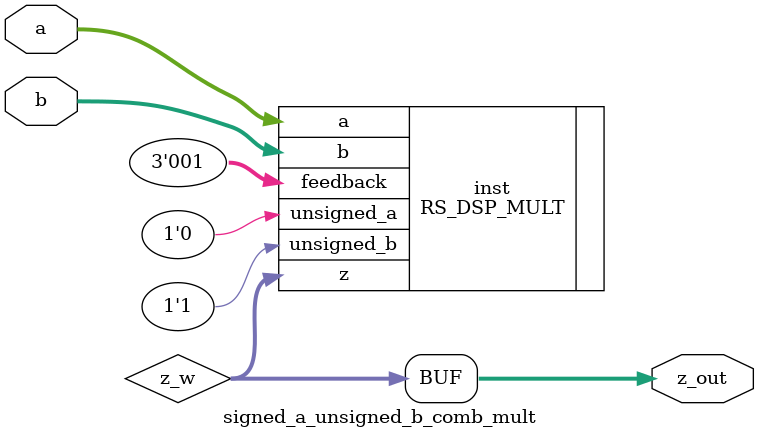
<source format=v>
module signed_a_unsigned_b_comb_mult (
	input  wire [19:0] a,
    input  wire [17:0] b,
    output wire [37:0] z_out
    );

    parameter [79:0] MODE_BITS = 80'd0;
    
    wire [37:0] z_w;

	RS_DSP_MULT #(
    .MODE_BITS(80'h00000000000000000000)) 
        inst(.a(a), .b(b), .z(z_w), . feedback(3'b001), .unsigned_a(1'b0), .unsigned_b(1'b1));
	
    assign z_out = z_w;

endmodule




</source>
